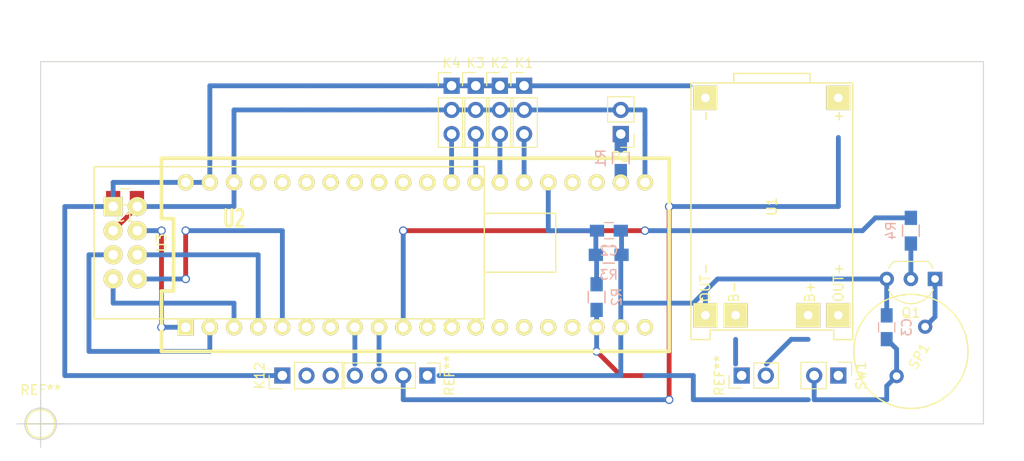
<source format=kicad_pcb>
(kicad_pcb (version 20171130) (host pcbnew 5.0.2-bee76a0~70~ubuntu18.04.1)

  (general
    (thickness 1.6)
    (drawings 29)
    (tracks 121)
    (zones 0)
    (modules 22)
    (nets 46)
  )

  (page A3)
  (layers
    (0 F.Cu signal)
    (31 B.Cu signal)
    (32 B.Adhes user)
    (33 F.Adhes user)
    (34 B.Paste user)
    (35 F.Paste user)
    (36 B.SilkS user)
    (37 F.SilkS user)
    (38 B.Mask user)
    (39 F.Mask user)
    (40 Dwgs.User user)
    (41 Cmts.User user)
    (42 Eco1.User user)
    (43 Eco2.User user)
    (44 Edge.Cuts user)
  )

  (setup
    (last_trace_width 0.508)
    (user_trace_width 0.508)
    (trace_clearance 0.1016)
    (zone_clearance 0.508)
    (zone_45_only no)
    (trace_min 0.254)
    (segment_width 0.2)
    (edge_width 0.1)
    (via_size 0.889)
    (via_drill 0.635)
    (via_min_size 0.889)
    (via_min_drill 0.508)
    (uvia_size 0.508)
    (uvia_drill 0.127)
    (uvias_allowed no)
    (uvia_min_size 0.508)
    (uvia_min_drill 0.127)
    (pcb_text_width 0.3)
    (pcb_text_size 1.5 1.5)
    (mod_edge_width 0.15)
    (mod_text_size 1 1)
    (mod_text_width 0.15)
    (pad_size 1.5 1.5)
    (pad_drill 0.6)
    (pad_to_mask_clearance 0)
    (solder_mask_min_width 0.25)
    (aux_axis_origin 210.82 144.78)
    (grid_origin 210.82 144.78)
    (visible_elements 7FFFFF3F)
    (pcbplotparams
      (layerselection 0x00030_80000001)
      (usegerberextensions true)
      (usegerberattributes false)
      (usegerberadvancedattributes false)
      (creategerberjobfile false)
      (excludeedgelayer true)
      (linewidth 0.150000)
      (plotframeref false)
      (viasonmask false)
      (mode 1)
      (useauxorigin false)
      (hpglpennumber 1)
      (hpglpenspeed 20)
      (hpglpendiameter 15.000000)
      (psnegative false)
      (psa4output false)
      (plotreference true)
      (plotvalue true)
      (plotinvisibletext false)
      (padsonsilk false)
      (subtractmaskfromsilk false)
      (outputformat 1)
      (mirror false)
      (drillshape 1)
      (scaleselection 1)
      (outputdirectory ""))
  )

  (net 0 "")
  (net 1 /ADC0)
  (net 2 /BUZZER)
  (net 3 /CSN)
  (net 4 /IRQ)
  (net 5 /LED)
  (net 6 /MISO)
  (net 7 /MOSI)
  (net 8 /RX)
  (net 9 /SCK)
  (net 10 /TX)
  (net 11 GND)
  (net 12 VCC)
  (net 13 VDD)
  (net 14 /PA1/ADC1)
  (net 15 /PA2/ADC2)
  (net 16 /PA3/ADC3)
  (net 17 /PA4/ADC4)
  (net 18 /PA5/ADC5)
  (net 19 /PA6/ADC6)
  (net 20 /PA7/ADC7)
  (net 21 /PB0/ADC8)
  (net 22 /PB1/ADC9)
  (net 23 /PB11)
  (net 24 /PB10)
  (net 25 "Net-(P1-Pad1)")
  (net 26 "Net-(P1-Pad2)")
  (net 27 "Net-(P2-Pad1)")
  (net 28 "Net-(P5-Pad1)")
  (net 29 "Net-(Q1-Pad2)")
  (net 30 "Net-(SW1-Pad1)")
  (net 31 "Net-(BT1-Pad1)")
  (net 32 "Net-(BT1-Pad2)")
  (net 33 "Net-(U2-Pad8)")
  (net 34 "Net-(U2-Pad9)")
  (net 35 /PB3)
  (net 36 /PB4)
  (net 37 /PB5)
  (net 38 /PB6)
  (net 39 /PB7)
  (net 40 /PB8)
  (net 41 /PB9)
  (net 42 "Net-(U2-Pad20)")
  (net 43 "Net-(U2-Pad23)")
  (net 44 "Net-(U2-Pad24)")
  (net 45 "Net-(U2-Pad37)")

  (net_class Default "This is the default net class."
    (clearance 0.1016)
    (trace_width 0.254)
    (via_dia 0.889)
    (via_drill 0.635)
    (uvia_dia 0.508)
    (uvia_drill 0.127)
    (add_net /ADC0)
    (add_net /BUZZER)
    (add_net /CSN)
    (add_net /IRQ)
    (add_net /LED)
    (add_net /MISO)
    (add_net /MOSI)
    (add_net /PA1/ADC1)
    (add_net /PA2/ADC2)
    (add_net /PA3/ADC3)
    (add_net /PA4/ADC4)
    (add_net /PA5/ADC5)
    (add_net /PA6/ADC6)
    (add_net /PA7/ADC7)
    (add_net /PB0/ADC8)
    (add_net /PB1/ADC9)
    (add_net /PB10)
    (add_net /PB11)
    (add_net /PB3)
    (add_net /PB4)
    (add_net /PB5)
    (add_net /PB6)
    (add_net /PB7)
    (add_net /PB8)
    (add_net /PB9)
    (add_net /RX)
    (add_net /SCK)
    (add_net /TX)
    (add_net GND)
    (add_net "Net-(BT1-Pad1)")
    (add_net "Net-(BT1-Pad2)")
    (add_net "Net-(P1-Pad1)")
    (add_net "Net-(P1-Pad2)")
    (add_net "Net-(P2-Pad1)")
    (add_net "Net-(P5-Pad1)")
    (add_net "Net-(Q1-Pad2)")
    (add_net "Net-(SW1-Pad1)")
    (add_net "Net-(U2-Pad20)")
    (add_net "Net-(U2-Pad23)")
    (add_net "Net-(U2-Pad24)")
    (add_net "Net-(U2-Pad37)")
    (add_net "Net-(U2-Pad8)")
    (add_net "Net-(U2-Pad9)")
    (add_net VCC)
    (add_net VDD)
  )

  (module WLA:Buzzer_passive (layer F.Cu) (tedit 589BCF19) (tstamp 589BBBA6)
    (at 302.26 137.16 60)
    (path /5720518F)
    (fp_text reference SP1 (at 0 1 60) (layer F.SilkS)
      (effects (font (size 1 1) (thickness 0.15)))
    )
    (fp_text value SPEAKER (at 0 -2 60) (layer F.Fab)
      (effects (font (size 1 1) (thickness 0.15)))
    )
    (fp_circle (center 0 0) (end 6 0) (layer F.SilkS) (width 0.15))
    (pad 1 thru_hole circle (at -3 0 60) (size 1.5 1.5) (drill 0.8) (layers *.Cu *.Mask)
      (net 13 VDD))
    (pad 2 thru_hole circle (at 3 0 60) (size 1.5 1.5) (drill 0.8) (layers *.Cu *.Mask)
      (net 28 "Net-(P5-Pad1)"))
    (model /home/laneboysrc/projects/kicad-libraries/WLA.pretty/Buzzer-passive.x3d
      (at (xyz 0 0 0))
      (scale (xyz 1 1 1))
      (rotate (xyz 0 0 0))
    )
  )

  (module WLA:LiPo_charger_and_protection (layer F.Cu) (tedit 5701FD50) (tstamp 572043E1)
    (at 287.655 121.92 270)
    (path /57202BEA)
    (fp_text reference U1 (at 0 0 90) (layer F.SilkS)
      (effects (font (size 1 1) (thickness 0.15)))
    )
    (fp_text value LIPO_CHARGER_+_PROTECTION (at 0 7 270) (layer F.SilkS) hide
      (effects (font (size 1 1) (thickness 0.15)))
    )
    (fp_text user - (at -9.5 7 270) (layer F.SilkS)
      (effects (font (size 1 1) (thickness 0.15)))
    )
    (fp_text user + (at -9.5 -7 270) (layer F.SilkS)
      (effects (font (size 1 1) (thickness 0.15)))
    )
    (fp_text user OUT- (at 8 7 270) (layer F.SilkS)
      (effects (font (size 1 1) (thickness 0.15)))
    )
    (fp_text user OUT+ (at 8 -7 270) (layer F.SilkS)
      (effects (font (size 1 1) (thickness 0.15)))
    )
    (fp_text user B- (at 9 4 270) (layer F.SilkS)
      (effects (font (size 1 1) (thickness 0.15)))
    )
    (fp_text user B+ (at 9 -4 270) (layer F.SilkS)
      (effects (font (size 1 1) (thickness 0.15)))
    )
    (fp_line (start 13 -6.5) (end 13 6.5) (layer F.SilkS) (width 0.15))
    (fp_line (start 13 8.5) (end 14 8.5) (layer F.SilkS) (width 0.15))
    (fp_line (start 14 8.5) (end 14 6.5) (layer F.SilkS) (width 0.15))
    (fp_line (start 14 6.5) (end 13 6.5) (layer F.SilkS) (width 0.15))
    (fp_line (start 13 -8.5) (end 14 -8.5) (layer F.SilkS) (width 0.15))
    (fp_line (start 14 -8.5) (end 14 -6.5) (layer F.SilkS) (width 0.15))
    (fp_line (start 14 -6.5) (end 13 -6.5) (layer F.SilkS) (width 0.15))
    (fp_line (start -13 -4) (end -14 -4) (layer F.SilkS) (width 0.15))
    (fp_line (start -14 -4) (end -14 4) (layer F.SilkS) (width 0.15))
    (fp_line (start -14 4) (end -13 4) (layer F.SilkS) (width 0.15))
    (fp_line (start -13 -8.5) (end -13 8.5) (layer F.SilkS) (width 0.15))
    (fp_line (start -13 8.5) (end 13 8.5) (layer F.SilkS) (width 0.15))
    (fp_line (start 13 -8.5) (end -13 -8.5) (layer F.SilkS) (width 0.15))
    (pad 3 thru_hole rect (at 11.43 -6.985 270) (size 2.54 2.54) (drill 0.9) (layers *.Cu *.Mask F.SilkS)
      (net 30 "Net-(SW1-Pad1)"))
    (pad 1 thru_hole rect (at 11.43 -3.81 270) (size 2.54 2.54) (drill 0.9) (layers *.Cu *.Mask F.SilkS)
      (net 31 "Net-(BT1-Pad1)"))
    (pad 4 thru_hole rect (at 11.43 6.985 270) (size 2.54 2.54) (drill 0.9) (layers *.Cu *.Mask F.SilkS)
      (net 11 GND))
    (pad 2 thru_hole rect (at 11.43 3.81 270) (size 2.54 2.54) (drill 0.9) (layers *.Cu *.Mask F.SilkS)
      (net 32 "Net-(BT1-Pad2)"))
    (pad 5 thru_hole rect (at -11.43 -6.985 270) (size 2.54 2.54) (drill 0.9) (layers *.Cu *.Mask F.SilkS)
      (net 26 "Net-(P1-Pad2)"))
    (pad 6 thru_hole rect (at -11.43 6.985 270) (size 2.54 2.54) (drill 0.9) (layers *.Cu *.Mask F.SilkS)
      (net 25 "Net-(P1-Pad1)"))
    (model /home/laneboysrc/projects/kicad-libraries/WLA.pretty/LiPo-changer-and-protection.x3d
      (at (xyz 0 0 0))
      (scale (xyz 1 1 1))
      (rotate (xyz 0 0 0))
    )
  )

  (module Fiducials:Fiducial_classic_Small_SilkscreenTop_Type1 (layer F.Cu) (tedit 0) (tstamp 589D52FD)
    (at 210.82 144.78)
    (descr "Fiducial, Classical, Small, Copper Top, Typ 1, Passermarke,")
    (tags "Fiducial, Classical, Small, Copper Top, Typ 1, Passermarke,")
    (fp_text reference REF** (at 0 -3.556) (layer F.SilkS)
      (effects (font (size 1 1) (thickness 0.15)))
    )
    (fp_text value Fiducial_classic_Small_SilkscreenTop_Type1 (at 0.34036 3.4798) (layer F.Fab)
      (effects (font (size 1 1) (thickness 0.15)))
    )
    (fp_line (start -1.50114 0) (end 1.50114 0) (layer F.SilkS) (width 0.15))
    (fp_line (start 0 -1.50114) (end 0 1.50114) (layer F.SilkS) (width 0.15))
    (fp_circle (center 0 0) (end 1.50114 0) (layer F.SilkS) (width 0.15))
    (pad ~ smd circle (at 0 0) (size 4.50088 4.50088) (layers F.Mask)
      (solder_mask_margin 2.99974))
    (model /home/laneboysrc/projects/3D-printed-parts/headless-tx/mount.x3d
      (at (xyz 0 0 0))
      (scale (xyz 1 1 1))
      (rotate (xyz 0 0 0))
    )
  )

  (module WLA:NRF24L01P-PA-LNA (layer F.Cu) (tedit 57200DD6) (tstamp 572043C4)
    (at 218.44 125.73 270)
    (path /57202BD1)
    (fp_text reference U3 (at 0 -5.08 270) (layer F.SilkS)
      (effects (font (size 1 1) (thickness 0.15)))
    )
    (fp_text value NRF24L01P (at 0 -12.7 270) (layer F.SilkS) hide
      (effects (font (size 1 1) (thickness 0.15)))
    )
    (fp_line (start -3.1 -39.1) (end -3.1 -46.5) (layer F.SilkS) (width 0.15))
    (fp_line (start -3.1 -46.5) (end 3.1 -46.5) (layer F.SilkS) (width 0.15))
    (fp_line (start 3.1 -46.5) (end 3.1 -39) (layer F.SilkS) (width 0.15))
    (fp_line (start -8 2) (end 8 2) (layer F.SilkS) (width 0.15))
    (fp_line (start 8 2) (end 8 -39) (layer F.SilkS) (width 0.15))
    (fp_line (start 8 -39) (end -8 -39) (layer F.SilkS) (width 0.15))
    (fp_line (start -8 -39) (end -8 2) (layer F.SilkS) (width 0.15))
    (pad 1 thru_hole rect (at -3.81 0 270) (size 2 2) (drill 1) (layers *.Cu *.Mask F.SilkS)
      (net 11 GND))
    (pad 2 thru_hole circle (at -3.81 -2.54 270) (size 2 2) (drill 1) (layers *.Cu *.Mask F.SilkS)
      (net 12 VCC))
    (pad 3 thru_hole circle (at -1.27 0 270) (size 2 2) (drill 1) (layers *.Cu *.Mask F.SilkS)
      (net 12 VCC))
    (pad 4 thru_hole circle (at -1.27 -2.54 270) (size 2 2) (drill 1) (layers *.Cu *.Mask F.SilkS)
      (net 3 /CSN))
    (pad 5 thru_hole circle (at 1.27 0 270) (size 2 2) (drill 1) (layers *.Cu *.Mask F.SilkS)
      (net 9 /SCK))
    (pad 6 thru_hole circle (at 1.27 -2.54 270) (size 2 2) (drill 1) (layers *.Cu *.Mask F.SilkS)
      (net 7 /MOSI))
    (pad 7 thru_hole circle (at 3.81 0 270) (size 2 2) (drill 1) (layers *.Cu *.Mask F.SilkS)
      (net 6 /MISO))
    (pad 8 thru_hole circle (at 3.81 -2.54 270) (size 2 2) (drill 1) (layers *.Cu *.Mask F.SilkS)
      (net 4 /IRQ))
    (model /home/laneboysrc/projects/kicad-libraries/WLA.pretty/NRF24L01P-PA-LNA.x3d
      (at (xyz 0 0 0))
      (scale (xyz 1 1 1))
      (rotate (xyz 0 0 0))
    )
  )

  (module WLA:STM32F103C8T6 (layer F.Cu) (tedit 58998C2B) (tstamp 57204414)
    (at 250.19 127)
    (descr "STM32F103C8T6 development board as found on eBay, Aliexpress")
    (tags STM32)
    (path /57202BC2)
    (fp_text reference U2 (at -19.05 -3.81) (layer F.SilkS)
      (effects (font (size 1.778 1.143) (thickness 0.3048)))
    )
    (fp_text value STM32F103C8T6_DEV_BOARD (at 1.27 0) (layer F.SilkS) hide
      (effects (font (size 1.778 1.778) (thickness 0.3048)))
    )
    (fp_line (start 26.67 -10.16) (end 26.67 10.16) (layer F.SilkS) (width 0.381))
    (fp_line (start -26.67 3.81) (end -26.67 10.16) (layer F.SilkS) (width 0.381))
    (fp_line (start -25.4 -3.81) (end -25.4 3.81) (layer F.SilkS) (width 0.381))
    (fp_line (start -26.67 -10.16) (end -26.67 -3.81) (layer F.SilkS) (width 0.381))
    (fp_line (start -26.67 -3.81) (end -25.4 -3.81) (layer F.SilkS) (width 0.381))
    (fp_line (start -25.4 3.81) (end -26.67 3.81) (layer F.SilkS) (width 0.381))
    (fp_line (start -26.67 -10.16) (end 26.67 -10.16) (layer F.SilkS) (width 0.381))
    (fp_line (start 26.67 10.16) (end -26.67 10.16) (layer F.SilkS) (width 0.381))
    (pad 1 thru_hole rect (at -24.13 7.62) (size 1.7 1.7) (drill 1) (layers *.Cu *.Mask F.SilkS)
      (net 3 /CSN))
    (pad 2 thru_hole circle (at -21.59 7.62) (size 1.7 1.7) (drill 1) (layers *.Cu *.Mask F.SilkS)
      (net 9 /SCK))
    (pad 3 thru_hole circle (at -19.05 7.62) (size 1.7 1.7) (drill 1) (layers *.Cu *.Mask F.SilkS)
      (net 6 /MISO))
    (pad 4 thru_hole circle (at -16.51 7.62) (size 1.7 1.7) (drill 1) (layers *.Cu *.Mask F.SilkS)
      (net 7 /MOSI))
    (pad 5 thru_hole circle (at -13.97 7.62) (size 1.7 1.7) (drill 1) (layers *.Cu *.Mask F.SilkS)
      (net 4 /IRQ))
    (pad 6 thru_hole circle (at -11.43 7.62) (size 1.7 1.7) (drill 1) (layers *.Cu *.Mask F.SilkS)
      (net 10 /TX))
    (pad 7 thru_hole circle (at -8.89 7.62) (size 1.7 1.7) (drill 1) (layers *.Cu *.Mask F.SilkS)
      (net 8 /RX))
    (pad 8 thru_hole circle (at -6.35 7.62) (size 1.7 1.7) (drill 1) (layers *.Cu *.Mask F.SilkS)
      (net 33 "Net-(U2-Pad8)"))
    (pad 9 thru_hole circle (at -3.81 7.62) (size 1.7 1.7) (drill 1) (layers *.Cu *.Mask F.SilkS)
      (net 34 "Net-(U2-Pad9)"))
    (pad 10 thru_hole circle (at -1.27 7.62) (size 1.7 1.7) (drill 1) (layers *.Cu *.Mask F.SilkS)
      (net 2 /BUZZER))
    (pad 11 thru_hole circle (at 1.27 7.62) (size 1.7 1.7) (drill 1) (layers *.Cu *.Mask F.SilkS)
      (net 35 /PB3))
    (pad 12 thru_hole circle (at 3.81 7.62) (size 1.7 1.7) (drill 1) (layers *.Cu *.Mask F.SilkS)
      (net 36 /PB4))
    (pad 13 thru_hole circle (at 6.35 7.62) (size 1.7 1.7) (drill 1) (layers *.Cu *.Mask F.SilkS)
      (net 37 /PB5))
    (pad 14 thru_hole circle (at 8.89 7.62) (size 1.7 1.7) (drill 1) (layers *.Cu *.Mask F.SilkS)
      (net 38 /PB6))
    (pad 15 thru_hole circle (at 11.43 7.62) (size 1.7 1.7) (drill 1) (layers *.Cu *.Mask F.SilkS)
      (net 39 /PB7))
    (pad 16 thru_hole circle (at 13.97 7.62) (size 1.7 1.7) (drill 1) (layers *.Cu *.Mask F.SilkS)
      (net 40 /PB8))
    (pad 17 thru_hole circle (at 16.51 7.62) (size 1.7 1.7) (drill 1) (layers *.Cu *.Mask F.SilkS)
      (net 41 /PB9))
    (pad 18 thru_hole circle (at 19.05 7.62) (size 1.7 1.7) (drill 1) (layers *.Cu *.Mask F.SilkS)
      (net 13 VDD))
    (pad 19 thru_hole circle (at 21.59 7.62) (size 1.7 1.7) (drill 1) (layers *.Cu *.Mask F.SilkS)
      (net 11 GND))
    (pad 20 thru_hole circle (at 24.13 7.62) (size 1.7 1.7) (drill 1) (layers *.Cu *.Mask F.SilkS)
      (net 42 "Net-(U2-Pad20)"))
    (pad 21 thru_hole circle (at 24.13 -7.62) (size 1.7 1.7) (drill 1) (layers *.Cu *.Mask F.SilkS)
      (net 12 VCC))
    (pad 22 thru_hole circle (at 21.59 -7.62) (size 1.7 1.7) (drill 1) (layers *.Cu *.Mask F.SilkS)
      (net 5 /LED))
    (pad 23 thru_hole circle (at 19.05 -7.62) (size 1.7 1.7) (drill 1) (layers *.Cu *.Mask F.SilkS)
      (net 43 "Net-(U2-Pad23)"))
    (pad 24 thru_hole circle (at 16.51 -7.62) (size 1.7 1.7) (drill 1) (layers *.Cu *.Mask F.SilkS)
      (net 44 "Net-(U2-Pad24)"))
    (pad 25 thru_hole circle (at 13.97 -7.62) (size 1.7 1.7) (drill 1) (layers *.Cu *.Mask F.SilkS)
      (net 1 /ADC0))
    (pad 26 thru_hole circle (at 11.43 -7.62) (size 1.7 1.7) (drill 1) (layers *.Cu *.Mask F.SilkS)
      (net 14 /PA1/ADC1))
    (pad 27 thru_hole circle (at 8.89 -7.62) (size 1.7 1.7) (drill 1) (layers *.Cu *.Mask F.SilkS)
      (net 15 /PA2/ADC2))
    (pad 28 thru_hole circle (at 6.35 -7.62) (size 1.7 1.7) (drill 1) (layers *.Cu *.Mask F.SilkS)
      (net 16 /PA3/ADC3))
    (pad 29 thru_hole circle (at 3.81 -7.62) (size 1.7 1.7) (drill 1) (layers *.Cu *.Mask F.SilkS)
      (net 17 /PA4/ADC4))
    (pad 30 thru_hole circle (at 1.27 -7.62) (size 1.7 1.7) (drill 1) (layers *.Cu *.Mask F.SilkS)
      (net 18 /PA5/ADC5))
    (pad 31 thru_hole circle (at -1.27 -7.62) (size 1.7 1.7) (drill 1) (layers *.Cu *.Mask F.SilkS)
      (net 19 /PA6/ADC6))
    (pad 32 thru_hole circle (at -3.81 -7.62) (size 1.7 1.7) (drill 1) (layers *.Cu *.Mask F.SilkS)
      (net 20 /PA7/ADC7))
    (pad 33 thru_hole circle (at -6.35 -7.62) (size 1.7 1.7) (drill 1) (layers *.Cu *.Mask F.SilkS)
      (net 21 /PB0/ADC8))
    (pad 34 thru_hole circle (at -8.89 -7.62) (size 1.7 1.7) (drill 1) (layers *.Cu *.Mask F.SilkS)
      (net 22 /PB1/ADC9))
    (pad 35 thru_hole circle (at -11.43 -7.62) (size 1.7 1.7) (drill 1) (layers *.Cu *.Mask F.SilkS)
      (net 24 /PB10))
    (pad 36 thru_hole circle (at -13.97 -7.62) (size 1.7 1.7) (drill 1) (layers *.Cu *.Mask F.SilkS)
      (net 23 /PB11))
    (pad 37 thru_hole circle (at -16.51 -7.62) (size 1.7 1.7) (drill 1) (layers *.Cu *.Mask F.SilkS)
      (net 45 "Net-(U2-Pad37)"))
    (pad 38 thru_hole circle (at -19.05 -7.62) (size 1.7 1.7) (drill 1) (layers *.Cu *.Mask F.SilkS)
      (net 12 VCC))
    (pad 39 thru_hole circle (at -21.59 -7.62) (size 1.7 1.7) (drill 1) (layers *.Cu *.Mask F.SilkS)
      (net 11 GND))
    (pad 40 thru_hole circle (at -24.13 -7.62) (size 1.7 1.7) (drill 1) (layers *.Cu *.Mask F.SilkS)
      (net 11 GND))
    (model /home/laneboysrc/projects/kicad-libraries/WLA.pretty/STM32F103C8T6.x3d
      (at (xyz 0 0 0))
      (scale (xyz 1 1 1))
      (rotate (xyz 0 0 0))
    )
  )

  (module Pin_Headers:Pin_Header_Straight_1x03_Pitch2.54mm (layer F.Cu) (tedit 5862ED52) (tstamp 572042FB)
    (at 259.08 109.22)
    (descr "Through hole straight pin header, 1x03, 2.54mm pitch, single row")
    (tags "Through hole pin header THT 1x03 2.54mm single row")
    (path /57203BF4)
    (fp_text reference K2 (at 0 -2.39) (layer F.SilkS)
      (effects (font (size 1 1) (thickness 0.15)))
    )
    (fp_text value CONN_3 (at 0 7.47) (layer F.Fab)
      (effects (font (size 1 1) (thickness 0.15)))
    )
    (fp_line (start -1.27 -1.27) (end -1.27 6.35) (layer F.Fab) (width 0.1))
    (fp_line (start -1.27 6.35) (end 1.27 6.35) (layer F.Fab) (width 0.1))
    (fp_line (start 1.27 6.35) (end 1.27 -1.27) (layer F.Fab) (width 0.1))
    (fp_line (start 1.27 -1.27) (end -1.27 -1.27) (layer F.Fab) (width 0.1))
    (fp_line (start -1.39 1.27) (end -1.39 6.47) (layer F.SilkS) (width 0.12))
    (fp_line (start -1.39 6.47) (end 1.39 6.47) (layer F.SilkS) (width 0.12))
    (fp_line (start 1.39 6.47) (end 1.39 1.27) (layer F.SilkS) (width 0.12))
    (fp_line (start 1.39 1.27) (end -1.39 1.27) (layer F.SilkS) (width 0.12))
    (fp_line (start -1.39 0) (end -1.39 -1.39) (layer F.SilkS) (width 0.12))
    (fp_line (start -1.39 -1.39) (end 0 -1.39) (layer F.SilkS) (width 0.12))
    (fp_line (start -1.6 -1.6) (end -1.6 6.6) (layer F.CrtYd) (width 0.05))
    (fp_line (start -1.6 6.6) (end 1.6 6.6) (layer F.CrtYd) (width 0.05))
    (fp_line (start 1.6 6.6) (end 1.6 -1.6) (layer F.CrtYd) (width 0.05))
    (fp_line (start 1.6 -1.6) (end -1.6 -1.6) (layer F.CrtYd) (width 0.05))
    (pad 1 thru_hole rect (at 0 0) (size 1.7 1.7) (drill 1) (layers *.Cu *.Mask)
      (net 11 GND))
    (pad 2 thru_hole oval (at 0 2.54) (size 1.7 1.7) (drill 1) (layers *.Cu *.Mask)
      (net 12 VCC))
    (pad 3 thru_hole oval (at 0 5.08) (size 1.7 1.7) (drill 1) (layers *.Cu *.Mask)
      (net 15 /PA2/ADC2))
    (model Pin_Headers.3dshapes/Pin_Header_Straight_1x03_Pitch2.54mm.wrl
      (offset (xyz 0 -2.539999961853027 0))
      (scale (xyz 1 1 1))
      (rotate (xyz 0 0 90))
    )
  )

  (module Pin_Headers:Pin_Header_Straight_1x03_Pitch2.54mm (layer F.Cu) (tedit 5862ED52) (tstamp 57204367)
    (at 254 109.22)
    (descr "Through hole straight pin header, 1x03, 2.54mm pitch, single row")
    (tags "Through hole pin header THT 1x03 2.54mm single row")
    (path /57203C28)
    (fp_text reference K4 (at 0 -2.39) (layer F.SilkS)
      (effects (font (size 1 1) (thickness 0.15)))
    )
    (fp_text value CONN_3 (at 0 7.47) (layer F.Fab)
      (effects (font (size 1 1) (thickness 0.15)))
    )
    (fp_line (start -1.27 -1.27) (end -1.27 6.35) (layer F.Fab) (width 0.1))
    (fp_line (start -1.27 6.35) (end 1.27 6.35) (layer F.Fab) (width 0.1))
    (fp_line (start 1.27 6.35) (end 1.27 -1.27) (layer F.Fab) (width 0.1))
    (fp_line (start 1.27 -1.27) (end -1.27 -1.27) (layer F.Fab) (width 0.1))
    (fp_line (start -1.39 1.27) (end -1.39 6.47) (layer F.SilkS) (width 0.12))
    (fp_line (start -1.39 6.47) (end 1.39 6.47) (layer F.SilkS) (width 0.12))
    (fp_line (start 1.39 6.47) (end 1.39 1.27) (layer F.SilkS) (width 0.12))
    (fp_line (start 1.39 1.27) (end -1.39 1.27) (layer F.SilkS) (width 0.12))
    (fp_line (start -1.39 0) (end -1.39 -1.39) (layer F.SilkS) (width 0.12))
    (fp_line (start -1.39 -1.39) (end 0 -1.39) (layer F.SilkS) (width 0.12))
    (fp_line (start -1.6 -1.6) (end -1.6 6.6) (layer F.CrtYd) (width 0.05))
    (fp_line (start -1.6 6.6) (end 1.6 6.6) (layer F.CrtYd) (width 0.05))
    (fp_line (start 1.6 6.6) (end 1.6 -1.6) (layer F.CrtYd) (width 0.05))
    (fp_line (start 1.6 -1.6) (end -1.6 -1.6) (layer F.CrtYd) (width 0.05))
    (pad 1 thru_hole rect (at 0 0) (size 1.7 1.7) (drill 1) (layers *.Cu *.Mask)
      (net 11 GND))
    (pad 2 thru_hole oval (at 0 2.54) (size 1.7 1.7) (drill 1) (layers *.Cu *.Mask)
      (net 12 VCC))
    (pad 3 thru_hole oval (at 0 5.08) (size 1.7 1.7) (drill 1) (layers *.Cu *.Mask)
      (net 17 /PA4/ADC4))
    (model Pin_Headers.3dshapes/Pin_Header_Straight_1x03_Pitch2.54mm.wrl
      (offset (xyz 0 -2.539999961853027 0))
      (scale (xyz 1 1 1))
      (rotate (xyz 0 0 90))
    )
  )

  (module Pin_Headers:Pin_Header_Straight_1x03_Pitch2.54mm (layer F.Cu) (tedit 5862ED52) (tstamp 57204373)
    (at 256.54 109.22)
    (descr "Through hole straight pin header, 1x03, 2.54mm pitch, single row")
    (tags "Through hole pin header THT 1x03 2.54mm single row")
    (path /57203C22)
    (fp_text reference K3 (at 0 -2.39) (layer F.SilkS)
      (effects (font (size 1 1) (thickness 0.15)))
    )
    (fp_text value CONN_3 (at 0 7.47) (layer F.Fab)
      (effects (font (size 1 1) (thickness 0.15)))
    )
    (fp_line (start -1.27 -1.27) (end -1.27 6.35) (layer F.Fab) (width 0.1))
    (fp_line (start -1.27 6.35) (end 1.27 6.35) (layer F.Fab) (width 0.1))
    (fp_line (start 1.27 6.35) (end 1.27 -1.27) (layer F.Fab) (width 0.1))
    (fp_line (start 1.27 -1.27) (end -1.27 -1.27) (layer F.Fab) (width 0.1))
    (fp_line (start -1.39 1.27) (end -1.39 6.47) (layer F.SilkS) (width 0.12))
    (fp_line (start -1.39 6.47) (end 1.39 6.47) (layer F.SilkS) (width 0.12))
    (fp_line (start 1.39 6.47) (end 1.39 1.27) (layer F.SilkS) (width 0.12))
    (fp_line (start 1.39 1.27) (end -1.39 1.27) (layer F.SilkS) (width 0.12))
    (fp_line (start -1.39 0) (end -1.39 -1.39) (layer F.SilkS) (width 0.12))
    (fp_line (start -1.39 -1.39) (end 0 -1.39) (layer F.SilkS) (width 0.12))
    (fp_line (start -1.6 -1.6) (end -1.6 6.6) (layer F.CrtYd) (width 0.05))
    (fp_line (start -1.6 6.6) (end 1.6 6.6) (layer F.CrtYd) (width 0.05))
    (fp_line (start 1.6 6.6) (end 1.6 -1.6) (layer F.CrtYd) (width 0.05))
    (fp_line (start 1.6 -1.6) (end -1.6 -1.6) (layer F.CrtYd) (width 0.05))
    (pad 1 thru_hole rect (at 0 0) (size 1.7 1.7) (drill 1) (layers *.Cu *.Mask)
      (net 11 GND))
    (pad 2 thru_hole oval (at 0 2.54) (size 1.7 1.7) (drill 1) (layers *.Cu *.Mask)
      (net 12 VCC))
    (pad 3 thru_hole oval (at 0 5.08) (size 1.7 1.7) (drill 1) (layers *.Cu *.Mask)
      (net 16 /PA3/ADC3))
    (model Pin_Headers.3dshapes/Pin_Header_Straight_1x03_Pitch2.54mm.wrl
      (offset (xyz 0 -2.539999961853027 0))
      (scale (xyz 1 1 1))
      (rotate (xyz 0 0 90))
    )
  )

  (module Pin_Headers:Pin_Header_Straight_1x03_Pitch2.54mm (layer F.Cu) (tedit 5862ED52) (tstamp 5720437F)
    (at 261.62 109.22)
    (descr "Through hole straight pin header, 1x03, 2.54mm pitch, single row")
    (tags "Through hole pin header THT 1x03 2.54mm single row")
    (path /57203BE7)
    (fp_text reference K1 (at 0 -2.39) (layer F.SilkS)
      (effects (font (size 1 1) (thickness 0.15)))
    )
    (fp_text value CONN_3 (at 0 7.47) (layer F.Fab)
      (effects (font (size 1 1) (thickness 0.15)))
    )
    (fp_line (start -1.27 -1.27) (end -1.27 6.35) (layer F.Fab) (width 0.1))
    (fp_line (start -1.27 6.35) (end 1.27 6.35) (layer F.Fab) (width 0.1))
    (fp_line (start 1.27 6.35) (end 1.27 -1.27) (layer F.Fab) (width 0.1))
    (fp_line (start 1.27 -1.27) (end -1.27 -1.27) (layer F.Fab) (width 0.1))
    (fp_line (start -1.39 1.27) (end -1.39 6.47) (layer F.SilkS) (width 0.12))
    (fp_line (start -1.39 6.47) (end 1.39 6.47) (layer F.SilkS) (width 0.12))
    (fp_line (start 1.39 6.47) (end 1.39 1.27) (layer F.SilkS) (width 0.12))
    (fp_line (start 1.39 1.27) (end -1.39 1.27) (layer F.SilkS) (width 0.12))
    (fp_line (start -1.39 0) (end -1.39 -1.39) (layer F.SilkS) (width 0.12))
    (fp_line (start -1.39 -1.39) (end 0 -1.39) (layer F.SilkS) (width 0.12))
    (fp_line (start -1.6 -1.6) (end -1.6 6.6) (layer F.CrtYd) (width 0.05))
    (fp_line (start -1.6 6.6) (end 1.6 6.6) (layer F.CrtYd) (width 0.05))
    (fp_line (start 1.6 6.6) (end 1.6 -1.6) (layer F.CrtYd) (width 0.05))
    (fp_line (start 1.6 -1.6) (end -1.6 -1.6) (layer F.CrtYd) (width 0.05))
    (pad 1 thru_hole rect (at 0 0) (size 1.7 1.7) (drill 1) (layers *.Cu *.Mask)
      (net 11 GND))
    (pad 2 thru_hole oval (at 0 2.54) (size 1.7 1.7) (drill 1) (layers *.Cu *.Mask)
      (net 12 VCC))
    (pad 3 thru_hole oval (at 0 5.08) (size 1.7 1.7) (drill 1) (layers *.Cu *.Mask)
      (net 14 /PA1/ADC1))
    (model Pin_Headers.3dshapes/Pin_Header_Straight_1x03_Pitch2.54mm.wrl
      (offset (xyz 0 -2.539999961853027 0))
      (scale (xyz 1 1 1))
      (rotate (xyz 0 0 90))
    )
  )

  (module Pin_Headers:Pin_Header_Straight_1x02_Pitch2.54mm (layer F.Cu) (tedit 5862ED52) (tstamp 572043A7)
    (at 271.78 114.3 180)
    (descr "Through hole straight pin header, 1x02, 2.54mm pitch, single row")
    (tags "Through hole pin header THT 1x02 2.54mm single row")
    (path /572032B1)
    (fp_text reference P2 (at 0 -2.39 180) (layer F.SilkS)
      (effects (font (size 1 1) (thickness 0.15)))
    )
    (fp_text value LED (at 0 4.93 180) (layer F.Fab)
      (effects (font (size 1 1) (thickness 0.15)))
    )
    (fp_line (start -1.27 -1.27) (end -1.27 3.81) (layer F.Fab) (width 0.1))
    (fp_line (start -1.27 3.81) (end 1.27 3.81) (layer F.Fab) (width 0.1))
    (fp_line (start 1.27 3.81) (end 1.27 -1.27) (layer F.Fab) (width 0.1))
    (fp_line (start 1.27 -1.27) (end -1.27 -1.27) (layer F.Fab) (width 0.1))
    (fp_line (start -1.39 1.27) (end -1.39 3.93) (layer F.SilkS) (width 0.12))
    (fp_line (start -1.39 3.93) (end 1.39 3.93) (layer F.SilkS) (width 0.12))
    (fp_line (start 1.39 3.93) (end 1.39 1.27) (layer F.SilkS) (width 0.12))
    (fp_line (start 1.39 1.27) (end -1.39 1.27) (layer F.SilkS) (width 0.12))
    (fp_line (start -1.39 0) (end -1.39 -1.39) (layer F.SilkS) (width 0.12))
    (fp_line (start -1.39 -1.39) (end 0 -1.39) (layer F.SilkS) (width 0.12))
    (fp_line (start -1.6 -1.6) (end -1.6 4.1) (layer F.CrtYd) (width 0.05))
    (fp_line (start -1.6 4.1) (end 1.6 4.1) (layer F.CrtYd) (width 0.05))
    (fp_line (start 1.6 4.1) (end 1.6 -1.6) (layer F.CrtYd) (width 0.05))
    (fp_line (start 1.6 -1.6) (end -1.6 -1.6) (layer F.CrtYd) (width 0.05))
    (pad 1 thru_hole rect (at 0 0 180) (size 1.7 1.7) (drill 1) (layers *.Cu *.Mask)
      (net 27 "Net-(P2-Pad1)"))
    (pad 2 thru_hole oval (at 0 2.54 180) (size 1.7 1.7) (drill 1) (layers *.Cu *.Mask)
      (net 12 VCC))
    (model Pin_Headers.3dshapes/Pin_Header_Straight_1x02_Pitch2.54mm.wrl
      (offset (xyz 0 -1.269999980926514 0))
      (scale (xyz 1 1 1))
      (rotate (xyz 0 0 90))
    )
  )

  (module Capacitors_SMD:C_0805_HandSoldering (layer B.Cu) (tedit 541A9B8D) (tstamp 589BBD4E)
    (at 270.53 124.46)
    (descr "Capacitor SMD 0805, hand soldering")
    (tags "capacitor 0805")
    (path /5747F7DC)
    (attr smd)
    (fp_text reference C2 (at 0 2.1) (layer B.SilkS)
      (effects (font (size 1 1) (thickness 0.15)) (justify mirror))
    )
    (fp_text value 100nF (at 0 -2.1) (layer B.Fab)
      (effects (font (size 1 1) (thickness 0.15)) (justify mirror))
    )
    (fp_line (start -1 -0.625) (end -1 0.625) (layer B.Fab) (width 0.1))
    (fp_line (start 1 -0.625) (end -1 -0.625) (layer B.Fab) (width 0.1))
    (fp_line (start 1 0.625) (end 1 -0.625) (layer B.Fab) (width 0.1))
    (fp_line (start -1 0.625) (end 1 0.625) (layer B.Fab) (width 0.1))
    (fp_line (start -2.3 1) (end 2.3 1) (layer B.CrtYd) (width 0.05))
    (fp_line (start -2.3 -1) (end 2.3 -1) (layer B.CrtYd) (width 0.05))
    (fp_line (start -2.3 1) (end -2.3 -1) (layer B.CrtYd) (width 0.05))
    (fp_line (start 2.3 1) (end 2.3 -1) (layer B.CrtYd) (width 0.05))
    (fp_line (start 0.5 0.85) (end -0.5 0.85) (layer B.SilkS) (width 0.12))
    (fp_line (start -0.5 -0.85) (end 0.5 -0.85) (layer B.SilkS) (width 0.12))
    (pad 1 smd rect (at -1.25 0) (size 1.5 1.25) (layers B.Cu B.Paste B.Mask)
      (net 1 /ADC0))
    (pad 2 smd rect (at 1.25 0) (size 1.5 1.25) (layers B.Cu B.Paste B.Mask)
      (net 11 GND))
    (model Capacitors_SMD.3dshapes/C_0805_HandSoldering.wrl
      (at (xyz 0 0 0))
      (scale (xyz 1 1 1))
      (rotate (xyz 0 0 0))
    )
  )

  (module Resistors_SMD:R_0805_HandSoldering (layer B.Cu) (tedit 58307B90) (tstamp 589BBD82)
    (at 271.78 116.84 270)
    (descr "Resistor SMD 0805, hand soldering")
    (tags "resistor 0805")
    (path /572032A2)
    (attr smd)
    (fp_text reference R1 (at 0 2.1 270) (layer B.SilkS)
      (effects (font (size 1 1) (thickness 0.15)) (justify mirror))
    )
    (fp_text value 1k (at 0 -2.1 270) (layer B.Fab)
      (effects (font (size 1 1) (thickness 0.15)) (justify mirror))
    )
    (fp_line (start -1 -0.625) (end -1 0.625) (layer B.Fab) (width 0.1))
    (fp_line (start 1 -0.625) (end -1 -0.625) (layer B.Fab) (width 0.1))
    (fp_line (start 1 0.625) (end 1 -0.625) (layer B.Fab) (width 0.1))
    (fp_line (start -1 0.625) (end 1 0.625) (layer B.Fab) (width 0.1))
    (fp_line (start -2.4 1) (end 2.4 1) (layer B.CrtYd) (width 0.05))
    (fp_line (start -2.4 -1) (end 2.4 -1) (layer B.CrtYd) (width 0.05))
    (fp_line (start -2.4 1) (end -2.4 -1) (layer B.CrtYd) (width 0.05))
    (fp_line (start 2.4 1) (end 2.4 -1) (layer B.CrtYd) (width 0.05))
    (fp_line (start 0.6 -0.875) (end -0.6 -0.875) (layer B.SilkS) (width 0.15))
    (fp_line (start -0.6 0.875) (end 0.6 0.875) (layer B.SilkS) (width 0.15))
    (pad 1 smd rect (at -1.35 0 270) (size 1.5 1.3) (layers B.Cu B.Paste B.Mask)
      (net 27 "Net-(P2-Pad1)"))
    (pad 2 smd rect (at 1.35 0 270) (size 1.5 1.3) (layers B.Cu B.Paste B.Mask)
      (net 5 /LED))
    (model Resistors_SMD.3dshapes/R_0805_HandSoldering.wrl
      (at (xyz 0 0 0))
      (scale (xyz 1 1 1))
      (rotate (xyz 0 0 0))
    )
  )

  (module Resistors_SMD:R_0805_HandSoldering (layer B.Cu) (tedit 58307B90) (tstamp 589BBD91)
    (at 269.24 131.445 90)
    (descr "Resistor SMD 0805, hand soldering")
    (tags "resistor 0805")
    (path /57203444)
    (attr smd)
    (fp_text reference R2 (at 0 2.1 90) (layer B.SilkS)
      (effects (font (size 1 1) (thickness 0.15)) (justify mirror))
    )
    (fp_text value 22k (at 0 -2.1 90) (layer B.Fab)
      (effects (font (size 1 1) (thickness 0.15)) (justify mirror))
    )
    (fp_line (start -1 -0.625) (end -1 0.625) (layer B.Fab) (width 0.1))
    (fp_line (start 1 -0.625) (end -1 -0.625) (layer B.Fab) (width 0.1))
    (fp_line (start 1 0.625) (end 1 -0.625) (layer B.Fab) (width 0.1))
    (fp_line (start -1 0.625) (end 1 0.625) (layer B.Fab) (width 0.1))
    (fp_line (start -2.4 1) (end 2.4 1) (layer B.CrtYd) (width 0.05))
    (fp_line (start -2.4 -1) (end 2.4 -1) (layer B.CrtYd) (width 0.05))
    (fp_line (start -2.4 1) (end -2.4 -1) (layer B.CrtYd) (width 0.05))
    (fp_line (start 2.4 1) (end 2.4 -1) (layer B.CrtYd) (width 0.05))
    (fp_line (start 0.6 -0.875) (end -0.6 -0.875) (layer B.SilkS) (width 0.15))
    (fp_line (start -0.6 0.875) (end 0.6 0.875) (layer B.SilkS) (width 0.15))
    (pad 1 smd rect (at -1.35 0 90) (size 1.5 1.3) (layers B.Cu B.Paste B.Mask)
      (net 13 VDD))
    (pad 2 smd rect (at 1.35 0 90) (size 1.5 1.3) (layers B.Cu B.Paste B.Mask)
      (net 1 /ADC0))
    (model Resistors_SMD.3dshapes/R_0805_HandSoldering.wrl
      (at (xyz 0 0 0))
      (scale (xyz 1 1 1))
      (rotate (xyz 0 0 0))
    )
  )

  (module Resistors_SMD:R_0805_HandSoldering (layer B.Cu) (tedit 58307B90) (tstamp 589BBDA0)
    (at 270.51 127)
    (descr "Resistor SMD 0805, hand soldering")
    (tags "resistor 0805")
    (path /57203451)
    (attr smd)
    (fp_text reference R3 (at 0 2.1) (layer B.SilkS)
      (effects (font (size 1 1) (thickness 0.15)) (justify mirror))
    )
    (fp_text value 33k (at 0 -2.1) (layer B.Fab)
      (effects (font (size 1 1) (thickness 0.15)) (justify mirror))
    )
    (fp_line (start -1 -0.625) (end -1 0.625) (layer B.Fab) (width 0.1))
    (fp_line (start 1 -0.625) (end -1 -0.625) (layer B.Fab) (width 0.1))
    (fp_line (start 1 0.625) (end 1 -0.625) (layer B.Fab) (width 0.1))
    (fp_line (start -1 0.625) (end 1 0.625) (layer B.Fab) (width 0.1))
    (fp_line (start -2.4 1) (end 2.4 1) (layer B.CrtYd) (width 0.05))
    (fp_line (start -2.4 -1) (end 2.4 -1) (layer B.CrtYd) (width 0.05))
    (fp_line (start -2.4 1) (end -2.4 -1) (layer B.CrtYd) (width 0.05))
    (fp_line (start 2.4 1) (end 2.4 -1) (layer B.CrtYd) (width 0.05))
    (fp_line (start 0.6 -0.875) (end -0.6 -0.875) (layer B.SilkS) (width 0.15))
    (fp_line (start -0.6 0.875) (end 0.6 0.875) (layer B.SilkS) (width 0.15))
    (pad 1 smd rect (at -1.35 0) (size 1.5 1.3) (layers B.Cu B.Paste B.Mask)
      (net 1 /ADC0))
    (pad 2 smd rect (at 1.35 0) (size 1.5 1.3) (layers B.Cu B.Paste B.Mask)
      (net 11 GND))
    (model Resistors_SMD.3dshapes/R_0805_HandSoldering.wrl
      (at (xyz 0 0 0))
      (scale (xyz 1 1 1))
      (rotate (xyz 0 0 0))
    )
  )

  (module Resistors_SMD:R_0805_HandSoldering (layer B.Cu) (tedit 58307B90) (tstamp 589BBDAF)
    (at 302.26 124.46 270)
    (descr "Resistor SMD 0805, hand soldering")
    (tags "resistor 0805")
    (path /572052B4)
    (attr smd)
    (fp_text reference R4 (at 0 2.1 270) (layer B.SilkS)
      (effects (font (size 1 1) (thickness 0.15)) (justify mirror))
    )
    (fp_text value 1k (at 0 -2.1 270) (layer B.Fab)
      (effects (font (size 1 1) (thickness 0.15)) (justify mirror))
    )
    (fp_line (start -1 -0.625) (end -1 0.625) (layer B.Fab) (width 0.1))
    (fp_line (start 1 -0.625) (end -1 -0.625) (layer B.Fab) (width 0.1))
    (fp_line (start 1 0.625) (end 1 -0.625) (layer B.Fab) (width 0.1))
    (fp_line (start -1 0.625) (end 1 0.625) (layer B.Fab) (width 0.1))
    (fp_line (start -2.4 1) (end 2.4 1) (layer B.CrtYd) (width 0.05))
    (fp_line (start -2.4 -1) (end 2.4 -1) (layer B.CrtYd) (width 0.05))
    (fp_line (start -2.4 1) (end -2.4 -1) (layer B.CrtYd) (width 0.05))
    (fp_line (start 2.4 1) (end 2.4 -1) (layer B.CrtYd) (width 0.05))
    (fp_line (start 0.6 -0.875) (end -0.6 -0.875) (layer B.SilkS) (width 0.15))
    (fp_line (start -0.6 0.875) (end 0.6 0.875) (layer B.SilkS) (width 0.15))
    (pad 1 smd rect (at -1.35 0 270) (size 1.5 1.3) (layers B.Cu B.Paste B.Mask)
      (net 2 /BUZZER))
    (pad 2 smd rect (at 1.35 0 270) (size 1.5 1.3) (layers B.Cu B.Paste B.Mask)
      (net 29 "Net-(Q1-Pad2)"))
    (model Resistors_SMD.3dshapes/R_0805_HandSoldering.wrl
      (at (xyz 0 0 0))
      (scale (xyz 1 1 1))
      (rotate (xyz 0 0 0))
    )
  )

  (module Pin_Headers:Pin_Header_Straight_1x02_Pitch2.54mm (layer F.Cu) (tedit 5862ED52) (tstamp 589BBF92)
    (at 294.64 139.7 270)
    (descr "Through hole straight pin header, 1x02, 2.54mm pitch, single row")
    (tags "Through hole pin header THT 1x02 2.54mm single row")
    (path /572058EC)
    (fp_text reference SW1 (at 0 -2.39 270) (layer F.SilkS)
      (effects (font (size 1 1) (thickness 0.15)))
    )
    (fp_text value ON/OFF (at 0 4.93 270) (layer F.Fab)
      (effects (font (size 1 1) (thickness 0.15)))
    )
    (fp_line (start -1.27 -1.27) (end -1.27 3.81) (layer F.Fab) (width 0.1))
    (fp_line (start -1.27 3.81) (end 1.27 3.81) (layer F.Fab) (width 0.1))
    (fp_line (start 1.27 3.81) (end 1.27 -1.27) (layer F.Fab) (width 0.1))
    (fp_line (start 1.27 -1.27) (end -1.27 -1.27) (layer F.Fab) (width 0.1))
    (fp_line (start -1.39 1.27) (end -1.39 3.93) (layer F.SilkS) (width 0.12))
    (fp_line (start -1.39 3.93) (end 1.39 3.93) (layer F.SilkS) (width 0.12))
    (fp_line (start 1.39 3.93) (end 1.39 1.27) (layer F.SilkS) (width 0.12))
    (fp_line (start 1.39 1.27) (end -1.39 1.27) (layer F.SilkS) (width 0.12))
    (fp_line (start -1.39 0) (end -1.39 -1.39) (layer F.SilkS) (width 0.12))
    (fp_line (start -1.39 -1.39) (end 0 -1.39) (layer F.SilkS) (width 0.12))
    (fp_line (start -1.6 -1.6) (end -1.6 4.1) (layer F.CrtYd) (width 0.05))
    (fp_line (start -1.6 4.1) (end 1.6 4.1) (layer F.CrtYd) (width 0.05))
    (fp_line (start 1.6 4.1) (end 1.6 -1.6) (layer F.CrtYd) (width 0.05))
    (fp_line (start 1.6 -1.6) (end -1.6 -1.6) (layer F.CrtYd) (width 0.05))
    (pad 1 thru_hole rect (at 0 0 270) (size 1.7 1.7) (drill 1) (layers *.Cu *.Mask)
      (net 30 "Net-(SW1-Pad1)"))
    (pad 2 thru_hole oval (at 0 2.54 270) (size 1.7 1.7) (drill 1) (layers *.Cu *.Mask)
      (net 13 VDD))
    (model Pin_Headers.3dshapes/Pin_Header_Straight_1x02_Pitch2.54mm.wrl
      (offset (xyz 0 -1.269999980926514 0))
      (scale (xyz 1 1 1))
      (rotate (xyz 0 0 90))
    )
  )

  (module TO_SOT_Packages_THT:TO-92_Inline_Wide (layer F.Cu) (tedit 58610935) (tstamp 589BBD70)
    (at 304.8 129.54 180)
    (descr "TO-92 leads in-line, wide, drill 0.8mm (see NXP sot054_po.pdf)")
    (tags "to-92 sc-43 sc-43a sot54 PA33 transistor")
    (path /589EC521)
    (fp_text reference Q1 (at 2.54 -3.556) (layer F.SilkS)
      (effects (font (size 1 1) (thickness 0.15)))
    )
    (fp_text value BC547B (at 2.54 2.794 180) (layer F.Fab)
      (effects (font (size 1 1) (thickness 0.15)))
    )
    (fp_line (start -1.1 -3) (end 6.1 -3) (layer F.CrtYd) (width 0.05))
    (fp_line (start 6.1 -3) (end 6.1 2.3) (layer F.CrtYd) (width 0.05))
    (fp_line (start 6.1 2.3) (end -1.1 2.3) (layer F.CrtYd) (width 0.05))
    (fp_line (start -1.1 2.3) (end -1.1 -3) (layer F.CrtYd) (width 0.05))
    (fp_line (start 0.74 1.85) (end 4.34 1.85) (layer F.SilkS) (width 0.12))
    (fp_line (start 0.8 1.75) (end 4.3 1.75) (layer F.Fab) (width 0.1))
    (fp_arc (start 2.54 0) (end 0.74 1.85) (angle 20) (layer F.SilkS) (width 0.12))
    (fp_arc (start 2.54 0) (end 2.54 -2.6) (angle -65) (layer F.SilkS) (width 0.12))
    (fp_arc (start 2.54 0) (end 2.54 -2.6) (angle 65) (layer F.SilkS) (width 0.12))
    (fp_arc (start 2.54 0) (end 2.54 -2.48) (angle 135) (layer F.Fab) (width 0.1))
    (fp_arc (start 2.54 0) (end 2.54 -2.48) (angle -135) (layer F.Fab) (width 0.1))
    (fp_arc (start 2.54 0) (end 4.34 1.85) (angle -20) (layer F.SilkS) (width 0.12))
    (pad 2 thru_hole circle (at 2.54 0 270) (size 1.524 1.524) (drill 0.8) (layers *.Cu *.Mask)
      (net 29 "Net-(Q1-Pad2)"))
    (pad 3 thru_hole circle (at 5.08 0 270) (size 1.524 1.524) (drill 0.8) (layers *.Cu *.Mask)
      (net 11 GND))
    (pad 1 thru_hole rect (at 0 0 270) (size 1.524 1.524) (drill 0.8) (layers *.Cu *.Mask)
      (net 28 "Net-(P5-Pad1)"))
    (model TO_SOT_Packages_THT.3dshapes/TO-92_Inline_Wide.wrl
      (offset (xyz 2.539999961853027 0 0))
      (scale (xyz 1 1 1))
      (rotate (xyz 0 0 -90))
    )
  )

  (module Capacitors_SMD:C_0805_HandSoldering (layer F.Cu) (tedit 541A9B8D) (tstamp 589ED048)
    (at 219.69 120.904 180)
    (descr "Capacitor SMD 0805, hand soldering")
    (tags "capacitor 0805")
    (path /57202EE1)
    (attr smd)
    (fp_text reference C1 (at 0 -2.1 180) (layer F.SilkS)
      (effects (font (size 1 1) (thickness 0.15)))
    )
    (fp_text value 1u (at 0 2.1 180) (layer F.Fab)
      (effects (font (size 1 1) (thickness 0.15)))
    )
    (fp_line (start -1 0.625) (end -1 -0.625) (layer F.Fab) (width 0.1))
    (fp_line (start 1 0.625) (end -1 0.625) (layer F.Fab) (width 0.1))
    (fp_line (start 1 -0.625) (end 1 0.625) (layer F.Fab) (width 0.1))
    (fp_line (start -1 -0.625) (end 1 -0.625) (layer F.Fab) (width 0.1))
    (fp_line (start -2.3 -1) (end 2.3 -1) (layer F.CrtYd) (width 0.05))
    (fp_line (start -2.3 1) (end 2.3 1) (layer F.CrtYd) (width 0.05))
    (fp_line (start -2.3 -1) (end -2.3 1) (layer F.CrtYd) (width 0.05))
    (fp_line (start 2.3 -1) (end 2.3 1) (layer F.CrtYd) (width 0.05))
    (fp_line (start 0.5 -0.85) (end -0.5 -0.85) (layer F.SilkS) (width 0.12))
    (fp_line (start -0.5 0.85) (end 0.5 0.85) (layer F.SilkS) (width 0.12))
    (pad 1 smd rect (at -1.25 0 180) (size 1.5 1.25) (layers F.Cu F.Paste F.Mask)
      (net 12 VCC))
    (pad 2 smd rect (at 1.25 0 180) (size 1.5 1.25) (layers F.Cu F.Paste F.Mask)
      (net 11 GND))
    (model Capacitors_SMD.3dshapes/C_0805_HandSoldering.wrl
      (at (xyz 0 0 0))
      (scale (xyz 1 1 1))
      (rotate (xyz 0 0 0))
    )
  )

  (module Pin_Headers:Pin_Header_Straight_1x03_Pitch2.54mm (layer F.Cu) (tedit 5862ED52) (tstamp 589ED05D)
    (at 236.22 139.7 90)
    (descr "Through hole straight pin header, 1x03, 2.54mm pitch, single row")
    (tags "Through hole pin header THT 1x03 2.54mm single row")
    (path /589BCD46)
    (fp_text reference K12 (at 0 -2.39 90) (layer F.SilkS)
      (effects (font (size 1 1) (thickness 0.15)))
    )
    (fp_text value UART (at 0 7.47 90) (layer F.Fab)
      (effects (font (size 1 1) (thickness 0.15)))
    )
    (fp_line (start -1.27 -1.27) (end -1.27 6.35) (layer F.Fab) (width 0.1))
    (fp_line (start -1.27 6.35) (end 1.27 6.35) (layer F.Fab) (width 0.1))
    (fp_line (start 1.27 6.35) (end 1.27 -1.27) (layer F.Fab) (width 0.1))
    (fp_line (start 1.27 -1.27) (end -1.27 -1.27) (layer F.Fab) (width 0.1))
    (fp_line (start -1.39 1.27) (end -1.39 6.47) (layer F.SilkS) (width 0.12))
    (fp_line (start -1.39 6.47) (end 1.39 6.47) (layer F.SilkS) (width 0.12))
    (fp_line (start 1.39 6.47) (end 1.39 1.27) (layer F.SilkS) (width 0.12))
    (fp_line (start 1.39 1.27) (end -1.39 1.27) (layer F.SilkS) (width 0.12))
    (fp_line (start -1.39 0) (end -1.39 -1.39) (layer F.SilkS) (width 0.12))
    (fp_line (start -1.39 -1.39) (end 0 -1.39) (layer F.SilkS) (width 0.12))
    (fp_line (start -1.6 -1.6) (end -1.6 6.6) (layer F.CrtYd) (width 0.05))
    (fp_line (start -1.6 6.6) (end 1.6 6.6) (layer F.CrtYd) (width 0.05))
    (fp_line (start 1.6 6.6) (end 1.6 -1.6) (layer F.CrtYd) (width 0.05))
    (fp_line (start 1.6 -1.6) (end -1.6 -1.6) (layer F.CrtYd) (width 0.05))
    (pad 1 thru_hole rect (at 0 0 90) (size 1.7 1.7) (drill 1) (layers *.Cu *.Mask)
      (net 11 GND))
    (pad 2 thru_hole oval (at 0 2.54 90) (size 1.7 1.7) (drill 1) (layers *.Cu *.Mask)
      (net 8 /RX))
    (pad 3 thru_hole oval (at 0 5.08 90) (size 1.7 1.7) (drill 1) (layers *.Cu *.Mask)
      (net 10 /TX))
    (model Pin_Headers.3dshapes/Pin_Header_Straight_1x03_Pitch2.54mm.wrl
      (offset (xyz 0 -2.539999961853027 0))
      (scale (xyz 1 1 1))
      (rotate (xyz 0 0 90))
    )
  )

  (module Capacitors_SMD:C_0805_HandSoldering (layer B.Cu) (tedit 541A9B8D) (tstamp 589EC45A)
    (at 299.72 134.62 90)
    (descr "Capacitor SMD 0805, hand soldering")
    (tags "capacitor 0805")
    (path /589ECC74)
    (attr smd)
    (fp_text reference C3 (at 0 2.1 90) (layer B.SilkS)
      (effects (font (size 1 1) (thickness 0.15)) (justify mirror))
    )
    (fp_text value 1u (at 0 -2.1 90) (layer B.Fab)
      (effects (font (size 1 1) (thickness 0.15)) (justify mirror))
    )
    (fp_line (start -1 -0.625) (end -1 0.625) (layer B.Fab) (width 0.1))
    (fp_line (start 1 -0.625) (end -1 -0.625) (layer B.Fab) (width 0.1))
    (fp_line (start 1 0.625) (end 1 -0.625) (layer B.Fab) (width 0.1))
    (fp_line (start -1 0.625) (end 1 0.625) (layer B.Fab) (width 0.1))
    (fp_line (start -2.3 1) (end 2.3 1) (layer B.CrtYd) (width 0.05))
    (fp_line (start -2.3 -1) (end 2.3 -1) (layer B.CrtYd) (width 0.05))
    (fp_line (start -2.3 1) (end -2.3 -1) (layer B.CrtYd) (width 0.05))
    (fp_line (start 2.3 1) (end 2.3 -1) (layer B.CrtYd) (width 0.05))
    (fp_line (start 0.5 0.85) (end -0.5 0.85) (layer B.SilkS) (width 0.12))
    (fp_line (start -0.5 -0.85) (end 0.5 -0.85) (layer B.SilkS) (width 0.12))
    (pad 1 smd rect (at -1.25 0 90) (size 1.5 1.25) (layers B.Cu B.Paste B.Mask)
      (net 13 VDD))
    (pad 2 smd rect (at 1.25 0 90) (size 1.5 1.25) (layers B.Cu B.Paste B.Mask)
      (net 11 GND))
    (model Capacitors_SMD.3dshapes/C_0805_HandSoldering.wrl
      (at (xyz 0 0 0))
      (scale (xyz 1 1 1))
      (rotate (xyz 0 0 0))
    )
  )

  (module Connector_PinHeader_2.54mm:PinHeader_1x04_P2.54mm_Vertical (layer F.Cu) (tedit 59FED5CC) (tstamp 5BFEEBE6)
    (at 251.46 139.7 270)
    (descr "Through hole straight pin header, 1x04, 2.54mm pitch, single row")
    (tags "Through hole pin header THT 1x04 2.54mm single row")
    (fp_text reference REF** (at 0 -2.33 270) (layer F.SilkS)
      (effects (font (size 1 1) (thickness 0.15)))
    )
    (fp_text value PinHeader_1x04_P2.54mm_Vertical (at 0 9.95 270) (layer F.Fab)
      (effects (font (size 1 1) (thickness 0.15)))
    )
    (fp_text user %R (at 0 3.81) (layer F.Fab)
      (effects (font (size 1 1) (thickness 0.15)))
    )
    (fp_line (start 1.8 -1.8) (end -1.8 -1.8) (layer F.CrtYd) (width 0.05))
    (fp_line (start 1.8 9.4) (end 1.8 -1.8) (layer F.CrtYd) (width 0.05))
    (fp_line (start -1.8 9.4) (end 1.8 9.4) (layer F.CrtYd) (width 0.05))
    (fp_line (start -1.8 -1.8) (end -1.8 9.4) (layer F.CrtYd) (width 0.05))
    (fp_line (start -1.33 -1.33) (end 0 -1.33) (layer F.SilkS) (width 0.12))
    (fp_line (start -1.33 0) (end -1.33 -1.33) (layer F.SilkS) (width 0.12))
    (fp_line (start -1.33 1.27) (end 1.33 1.27) (layer F.SilkS) (width 0.12))
    (fp_line (start 1.33 1.27) (end 1.33 8.95) (layer F.SilkS) (width 0.12))
    (fp_line (start -1.33 1.27) (end -1.33 8.95) (layer F.SilkS) (width 0.12))
    (fp_line (start -1.33 8.95) (end 1.33 8.95) (layer F.SilkS) (width 0.12))
    (fp_line (start -1.27 -0.635) (end -0.635 -1.27) (layer F.Fab) (width 0.1))
    (fp_line (start -1.27 8.89) (end -1.27 -0.635) (layer F.Fab) (width 0.1))
    (fp_line (start 1.27 8.89) (end -1.27 8.89) (layer F.Fab) (width 0.1))
    (fp_line (start 1.27 -1.27) (end 1.27 8.89) (layer F.Fab) (width 0.1))
    (fp_line (start -0.635 -1.27) (end 1.27 -1.27) (layer F.Fab) (width 0.1))
    (pad 4 thru_hole oval (at 0 7.62 270) (size 1.7 1.7) (drill 1) (layers *.Cu *.Mask))
    (pad 3 thru_hole oval (at 0 5.08 270) (size 1.7 1.7) (drill 1) (layers *.Cu *.Mask))
    (pad 2 thru_hole oval (at 0 2.54 270) (size 1.7 1.7) (drill 1) (layers *.Cu *.Mask))
    (pad 1 thru_hole rect (at 0 0 270) (size 1.7 1.7) (drill 1) (layers *.Cu *.Mask))
    (model ${KISYS3DMOD}/Connector_PinHeader_2.54mm.3dshapes/PinHeader_1x04_P2.54mm_Vertical.wrl
      (at (xyz 0 0 0))
      (scale (xyz 1 1 1))
      (rotate (xyz 0 0 0))
    )
  )

  (module Connector_PinHeader_2.54mm:PinHeader_1x02_P2.54mm_Vertical (layer F.Cu) (tedit 59FED5CC) (tstamp 5BFEEDF6)
    (at 284.48 139.7 90)
    (descr "Through hole straight pin header, 1x02, 2.54mm pitch, single row")
    (tags "Through hole pin header THT 1x02 2.54mm single row")
    (fp_text reference REF** (at 0 -2.33 90) (layer F.SilkS)
      (effects (font (size 1 1) (thickness 0.15)))
    )
    (fp_text value PinHeader_1x02_P2.54mm_Vertical (at 0 4.87 90) (layer F.Fab)
      (effects (font (size 1 1) (thickness 0.15)))
    )
    (fp_text user %R (at 0 1.27 180) (layer F.Fab)
      (effects (font (size 1 1) (thickness 0.15)))
    )
    (fp_line (start 1.8 -1.8) (end -1.8 -1.8) (layer F.CrtYd) (width 0.05))
    (fp_line (start 1.8 4.35) (end 1.8 -1.8) (layer F.CrtYd) (width 0.05))
    (fp_line (start -1.8 4.35) (end 1.8 4.35) (layer F.CrtYd) (width 0.05))
    (fp_line (start -1.8 -1.8) (end -1.8 4.35) (layer F.CrtYd) (width 0.05))
    (fp_line (start -1.33 -1.33) (end 0 -1.33) (layer F.SilkS) (width 0.12))
    (fp_line (start -1.33 0) (end -1.33 -1.33) (layer F.SilkS) (width 0.12))
    (fp_line (start -1.33 1.27) (end 1.33 1.27) (layer F.SilkS) (width 0.12))
    (fp_line (start 1.33 1.27) (end 1.33 3.87) (layer F.SilkS) (width 0.12))
    (fp_line (start -1.33 1.27) (end -1.33 3.87) (layer F.SilkS) (width 0.12))
    (fp_line (start -1.33 3.87) (end 1.33 3.87) (layer F.SilkS) (width 0.12))
    (fp_line (start -1.27 -0.635) (end -0.635 -1.27) (layer F.Fab) (width 0.1))
    (fp_line (start -1.27 3.81) (end -1.27 -0.635) (layer F.Fab) (width 0.1))
    (fp_line (start 1.27 3.81) (end -1.27 3.81) (layer F.Fab) (width 0.1))
    (fp_line (start 1.27 -1.27) (end 1.27 3.81) (layer F.Fab) (width 0.1))
    (fp_line (start -0.635 -1.27) (end 1.27 -1.27) (layer F.Fab) (width 0.1))
    (pad 2 thru_hole oval (at 0 2.54 90) (size 1.7 1.7) (drill 1) (layers *.Cu *.Mask))
    (pad 1 thru_hole rect (at 0 0 90) (size 1.7 1.7) (drill 1) (layers *.Cu *.Mask))
    (model ${KISYS3DMOD}/Connector_PinHeader_2.54mm.3dshapes/PinHeader_1x02_P2.54mm_Vertical.wrl
      (at (xyz 0 0 0))
      (scale (xyz 1 1 1))
      (rotate (xyz 0 0 0))
    )
  )

  (target plus (at 210.82 144.78) (size 5) (width 0.1) (layer Edge.Cuts))
  (gr_text 15 (at 208.28 106.68) (layer Cmts.User) (tstamp 5BFEEE1B)
    (effects (font (size 1.5 1.5) (thickness 0.3)))
  )
  (gr_text 35 (at 299.72 101.6) (layer Cmts.User) (tstamp 5BFEEE0E)
    (effects (font (size 1.5 1.5) (thickness 0.3)))
  )
  (gr_text 15 (at 248.92 101.6) (layer Cmts.User) (tstamp 58A127E6)
    (effects (font (size 1.5 1.5) (thickness 0.3)))
  )
  (gr_text 10 (at 236.22 101.6) (layer Cmts.User) (tstamp 58A127E5)
    (effects (font (size 1.5 1.5) (thickness 0.3)))
  )
  (gr_text 5 (at 223.52 101.6) (layer Cmts.User) (tstamp 58A127E4)
    (effects (font (size 1.5 1.5) (thickness 0.3)))
  )
  (gr_text 1 (at 213.36 101.6) (layer Cmts.User) (tstamp 58A127E3)
    (effects (font (size 1.5 1.5) (thickness 0.3)))
  )
  (gr_text 30 (at 287.02 101.6) (layer Cmts.User) (tstamp 58A127E1)
    (effects (font (size 1.5 1.5) (thickness 0.3)))
  )
  (gr_text 25 (at 274.32 101.6) (layer Cmts.User) (tstamp 58A127E0)
    (effects (font (size 1.5 1.5) (thickness 0.3)))
  )
  (gr_text 20 (at 261.62 101.6) (layer Cmts.User) (tstamp 58A127DF)
    (effects (font (size 1.5 1.5) (thickness 0.3)))
  )
  (gr_text 15 (at 312.42 106.68) (layer Cmts.User) (tstamp 58A127DC)
    (effects (font (size 1.5 1.5) (thickness 0.3)))
  )
  (gr_text 10 (at 312.42 119.38) (layer Cmts.User) (tstamp 58A127DB)
    (effects (font (size 1.5 1.5) (thickness 0.3)))
  )
  (gr_text 5 (at 312.42 132.08) (layer Cmts.User) (tstamp 58A127DA)
    (effects (font (size 1.5 1.5) (thickness 0.3)))
  )
  (gr_text 1 (at 312.42 142.24) (layer Cmts.User) (tstamp 58A127D9)
    (effects (font (size 1.5 1.5) (thickness 0.3)))
  )
  (gr_text 10 (at 208.28 119.38) (layer Cmts.User)
    (effects (font (size 1.5 1.5) (thickness 0.3)))
  )
  (gr_text 5 (at 208.28 132.08) (layer Cmts.User)
    (effects (font (size 1.5 1.5) (thickness 0.3)))
  )
  (gr_text 1 (at 208.28 142.24) (layer Cmts.User)
    (effects (font (size 1.5 1.5) (thickness 0.3)))
  )
  (gr_text 35 (at 299.72 147.32) (layer Cmts.User)
    (effects (font (size 1.5 1.5) (thickness 0.3)))
  )
  (gr_text 30 (at 287.02 147.32) (layer Cmts.User)
    (effects (font (size 1.5 1.5) (thickness 0.3)))
  )
  (gr_text 25 (at 274.32 147.32) (layer Cmts.User)
    (effects (font (size 1.5 1.5) (thickness 0.3)))
  )
  (gr_text 20 (at 261.62 147.32) (layer Cmts.User)
    (effects (font (size 1.5 1.5) (thickness 0.3)))
  )
  (gr_text 15 (at 248.92 147.32) (layer Cmts.User)
    (effects (font (size 1.5 1.5) (thickness 0.3)))
  )
  (gr_text 10 (at 236.22 147.32) (layer Cmts.User)
    (effects (font (size 1.5 1.5) (thickness 0.3)))
  )
  (gr_text 5 (at 223.52 147.32) (layer Cmts.User)
    (effects (font (size 1.5 1.5) (thickness 0.3)))
  )
  (gr_text 1 (at 213.36 147.32) (layer Cmts.User)
    (effects (font (size 1.5 1.5) (thickness 0.3)))
  )
  (gr_line (start 210.82 144.78) (end 210.82 106.68) (layer Edge.Cuts) (width 0.1))
  (gr_line (start 309.88 144.78) (end 210.82 144.78) (layer Edge.Cuts) (width 0.1))
  (gr_line (start 309.88 106.68) (end 309.88 144.78) (layer Edge.Cuts) (width 0.1))
  (gr_line (start 210.82 106.68) (end 309.88 106.68) (layer Edge.Cuts) (width 0.1))

  (via (at 276.86 121.92) (size 0.889) (drill 0.635) (layers F.Cu B.Cu) (net 0))
  (segment (start 276.86 121.92) (end 294.64 121.92) (width 0.508) (layer B.Cu) (net 0))
  (segment (start 294.64 121.92) (end 294.64 114.655601) (width 0.508) (layer B.Cu) (net 0))
  (via (at 276.86 142.24) (size 0.889) (drill 0.635) (layers F.Cu B.Cu) (net 0))
  (segment (start 276.86 142.24) (end 276.86 121.92) (width 0.508) (layer F.Cu) (net 0))
  (segment (start 248.92 142.24) (end 248.92 139.7) (width 0.508) (layer B.Cu) (net 0))
  (segment (start 276.86 142.24) (end 248.92 142.24) (width 0.508) (layer B.Cu) (net 0))
  (segment (start 274.32 139.7) (end 279.4 139.7) (width 0.508) (layer B.Cu) (net 0))
  (segment (start 279.4 139.7) (end 279.4 142.24) (width 0.508) (layer B.Cu) (net 0))
  (segment (start 279.4 142.24) (end 291.49039 142.24) (width 0.508) (layer B.Cu) (net 0))
  (segment (start 264.16 124.46) (end 269.28 124.46) (width 0.508) (layer B.Cu) (net 1) (status 20))
  (segment (start 269.16 127) (end 269.16 124.58) (width 0.508) (layer B.Cu) (net 1) (status 30))
  (segment (start 269.16 124.58) (end 269.28 124.46) (width 0.508) (layer B.Cu) (net 1) (status 30))
  (segment (start 269.24 130.095) (end 269.24 127.08) (width 0.508) (layer B.Cu) (net 1) (status 30))
  (segment (start 269.24 127.08) (end 269.16 127) (width 0.508) (layer B.Cu) (net 1) (status 30))
  (segment (start 264.16 119.38) (end 264.16 124.46) (width 0.508) (layer B.Cu) (net 1) (status 10))
  (segment (start 302.26 123.11) (end 298.53 123.11) (width 0.508) (layer B.Cu) (net 2))
  (segment (start 298.53 123.11) (end 297.18 124.46) (width 0.508) (layer B.Cu) (net 2))
  (segment (start 297.18 124.46) (end 274.32 124.46) (width 0.508) (layer B.Cu) (net 2))
  (via (at 274.32 124.46) (size 0.889) (drill 0.635) (layers F.Cu B.Cu) (net 2))
  (segment (start 274.32 124.46) (end 248.92 124.46) (width 0.508) (layer F.Cu) (net 2))
  (via (at 248.92 124.46) (size 0.889) (drill 0.635) (layers F.Cu B.Cu) (net 2))
  (segment (start 248.92 124.46) (end 248.92 134.62) (width 0.508) (layer B.Cu) (net 2))
  (segment (start 223.52 124.46) (end 221.345012 124.46) (width 0.508) (layer B.Cu) (net 3) (status 20))
  (segment (start 221.345012 124.46) (end 221.162506 124.642506) (width 0.508) (layer B.Cu) (net 3) (status 30))
  (segment (start 223.52 134.62) (end 223.52 124.46) (width 0.508) (layer F.Cu) (net 3))
  (via (at 223.52 124.46) (size 0.889) (drill 0.635) (layers F.Cu B.Cu) (net 3))
  (segment (start 223.52 134.62) (end 226.06 134.62) (width 0.508) (layer B.Cu) (net 3) (tstamp 588F2531) (status 20))
  (via (at 223.52 134.62) (size 0.889) (drill 0.635) (layers F.Cu B.Cu) (net 3))
  (segment (start 220.98 124.1425) (end 220.6625 124.46) (width 0.254) (layer B.Cu) (net 3) (tstamp 5747F593) (status 30))
  (segment (start 220.98 129.54) (end 226.06 129.54) (width 0.508) (layer B.Cu) (net 4) (status 10))
  (segment (start 226.06 124.46) (end 226.06 129.54) (width 0.508) (layer F.Cu) (net 4))
  (via (at 226.06 129.54) (size 0.889) (drill 0.635) (layers F.Cu B.Cu) (net 4))
  (segment (start 236.22 134.62) (end 236.22 124.46) (width 0.508) (layer B.Cu) (net 4) (status 10))
  (segment (start 236.22 124.46) (end 226.06 124.46) (width 0.508) (layer B.Cu) (net 4))
  (via (at 226.06 124.46) (size 0.889) (drill 0.635) (layers F.Cu B.Cu) (net 4))
  (segment (start 231.14 132.08) (end 231.14 134.62) (width 0.508) (layer B.Cu) (net 6) (status 20))
  (segment (start 218.44 132.08) (end 231.14 132.08) (width 0.508) (layer B.Cu) (net 6))
  (segment (start 218.44 129.54) (end 218.44 132.08) (width 0.508) (layer B.Cu) (net 6) (status 10))
  (segment (start 220.98 127) (end 233.68 127) (width 0.508) (layer B.Cu) (net 7) (status 10))
  (segment (start 233.68 127) (end 233.68 134.62) (width 0.508) (layer B.Cu) (net 7) (status 20))
  (segment (start 215.9 127) (end 218.44 127) (width 0.508) (layer B.Cu) (net 9) (status 20))
  (segment (start 215.9 137.16) (end 215.9 127) (width 0.508) (layer B.Cu) (net 9))
  (segment (start 228.6 137.16) (end 215.9 137.16) (width 0.508) (layer B.Cu) (net 9))
  (segment (start 228.6 134.62) (end 228.6 137.16) (width 0.508) (layer B.Cu) (net 9) (status 10))
  (segment (start 228.6 111.76) (end 228.6 119.38) (width 0.508) (layer B.Cu) (net 11))
  (segment (start 228.6 109.22) (end 228.6 111.76) (width 0.508) (layer B.Cu) (net 11))
  (segment (start 271.78 132.08) (end 271.78 127.08) (width 0.508) (layer B.Cu) (net 11) (status 20))
  (segment (start 271.78 134.62) (end 271.78 132.08) (width 0.508) (layer B.Cu) (net 11) (status 10))
  (segment (start 218.44 119.38) (end 218.44 121.92) (width 0.508) (layer B.Cu) (net 11) (status 20))
  (segment (start 226.06 119.38) (end 218.44 119.38) (width 0.508) (layer B.Cu) (net 11) (status 10))
  (segment (start 271.86 127) (end 271.86 124.54) (width 0.508) (layer B.Cu) (net 11) (status 30))
  (segment (start 271.86 124.54) (end 271.78 124.46) (width 0.508) (layer B.Cu) (net 11) (status 30))
  (segment (start 271.78 127.08) (end 271.86 127) (width 0.508) (layer B.Cu) (net 11) (status 30))
  (segment (start 236.22 109.22) (end 228.6 109.22) (width 0.508) (layer B.Cu) (net 11) (status 10))
  (segment (start 226.06 119.38) (end 228.6 119.38) (width 0.508) (layer B.Cu) (net 11) (status 30))
  (segment (start 238.76 109.22) (end 236.22 109.22) (width 0.508) (layer B.Cu) (net 11) (status 30))
  (segment (start 241.3 109.22) (end 238.76 109.22) (width 0.508) (layer B.Cu) (net 11) (status 30))
  (segment (start 243.84 109.22) (end 241.3 109.22) (width 0.508) (layer B.Cu) (net 11) (status 30))
  (segment (start 246.38 109.22) (end 243.84 109.22) (width 0.508) (layer B.Cu) (net 11) (status 30))
  (segment (start 248.92 109.22) (end 246.38 109.22) (width 0.508) (layer B.Cu) (net 11) (status 30))
  (segment (start 251.46 109.22) (end 248.92 109.22) (width 0.508) (layer B.Cu) (net 11) (status 30))
  (segment (start 254 109.22) (end 251.46 109.22) (width 0.508) (layer B.Cu) (net 11) (status 30))
  (segment (start 256.54 109.22) (end 254 109.22) (width 0.508) (layer B.Cu) (net 11) (status 30))
  (segment (start 259.08 109.22) (end 256.54 109.22) (width 0.508) (layer B.Cu) (net 11) (status 30))
  (segment (start 261.62 109.22) (end 259.08 109.22) (width 0.508) (layer B.Cu) (net 11) (status 30))
  (segment (start 271.78 134.62) (end 271.78 137.16) (width 0.508) (layer B.Cu) (net 11))
  (segment (start 236.22 139.7) (end 213.36 139.7) (width 0.508) (layer B.Cu) (net 11))
  (segment (start 213.36 139.7) (end 213.36 121.92) (width 0.508) (layer B.Cu) (net 11))
  (segment (start 213.36 121.92) (end 218.44 121.92) (width 0.508) (layer B.Cu) (net 11))
  (segment (start 299.72 133.37) (end 299.72 129.54) (width 0.508) (layer B.Cu) (net 11))
  (segment (start 280.67 130.81) (end 281.94 129.54) (width 0.508) (layer B.Cu) (net 11))
  (segment (start 281.94 129.54) (end 299.72 129.54) (width 0.508) (layer B.Cu) (net 11))
  (segment (start 271.78 137.16) (end 271.78 139.7) (width 0.508) (layer B.Cu) (net 11))
  (segment (start 271.78 139.7) (end 252.665601 139.7) (width 0.508) (layer B.Cu) (net 11))
  (segment (start 261.62 109.22) (end 279.044399 109.22) (width 0.508) (layer B.Cu) (net 11))
  (segment (start 280.67 133.35) (end 280.67 130.81) (width 0.508) (layer B.Cu) (net 11))
  (segment (start 279.4 132.08) (end 271.78 132.08) (width 0.508) (layer B.Cu) (net 11))
  (segment (start 280.67 130.81) (end 279.4 132.08) (width 0.508) (layer B.Cu) (net 11))
  (segment (start 274.32 111.76) (end 261.62 111.76) (width 0.508) (layer B.Cu) (net 12) (status 20))
  (segment (start 274.32 114.3) (end 274.32 111.76) (width 0.508) (layer B.Cu) (net 12) (status 10))
  (segment (start 274.32 119.38) (end 274.32 114.3) (width 0.508) (layer B.Cu) (net 12) (status 30))
  (segment (start 218.44 124.46) (end 220.98 121.92) (width 0.508) (layer F.Cu) (net 12) (status 30))
  (segment (start 231.14 121.92) (end 231.14 119.38) (width 0.508) (layer B.Cu) (net 12) (status 20))
  (segment (start 220.98 121.92) (end 231.14 121.92) (width 0.508) (layer B.Cu) (net 12) (status 10))
  (segment (start 259.08 111.76) (end 256.54 111.76) (width 0.508) (layer B.Cu) (net 12) (status 30))
  (segment (start 248.92 111.76) (end 246.38 111.76) (width 0.508) (layer B.Cu) (net 12) (status 30))
  (segment (start 246.38 111.76) (end 243.84 111.76) (width 0.508) (layer B.Cu) (net 12) (status 30))
  (segment (start 238.76 111.76) (end 236.22 111.76) (width 0.508) (layer B.Cu) (net 12) (status 30))
  (segment (start 236.22 111.76) (end 231.14 111.76) (width 0.508) (layer B.Cu) (net 12) (status 10))
  (segment (start 231.14 111.76) (end 231.14 119.38) (width 0.508) (layer B.Cu) (net 12) (tstamp 5747F6C5) (status 20))
  (segment (start 243.84 111.76) (end 241.3 111.76) (width 0.508) (layer B.Cu) (net 12) (status 30))
  (segment (start 238.76 111.76) (end 241.3 111.76) (width 0.508) (layer B.Cu) (net 12) (status 30))
  (segment (start 251.46 111.76) (end 248.92 111.76) (width 0.508) (layer B.Cu) (net 12) (status 30))
  (segment (start 256.54 111.76) (end 254 111.76) (width 0.508) (layer B.Cu) (net 12) (status 30))
  (segment (start 254 111.76) (end 251.46 111.76) (width 0.508) (layer B.Cu) (net 12) (status 30))
  (segment (start 261.62 111.76) (end 259.08 111.76) (width 0.508) (layer B.Cu) (net 12) (status 30))
  (segment (start 269.24 132.3975) (end 269.24 134.62) (width 0.508) (layer B.Cu) (net 13) (status 30))
  (segment (start 300.76 136.91) (end 299.72 135.87) (width 0.508) (layer B.Cu) (net 13))
  (segment (start 300.76 139.758076) (end 300.76 136.91) (width 0.508) (layer B.Cu) (net 13))
  (segment (start 292.1 139.7) (end 292.1 142.24) (width 0.508) (layer B.Cu) (net 13))
  (segment (start 292.1 142.24) (end 299.72 142.24) (width 0.508) (layer B.Cu) (net 13))
  (segment (start 299.72 140.798076) (end 300.76 139.758076) (width 0.508) (layer B.Cu) (net 13))
  (segment (start 299.72 142.24) (end 299.72 140.798076) (width 0.508) (layer B.Cu) (net 13))
  (segment (start 269.24 134.62) (end 269.24 137.16) (width 0.508) (layer B.Cu) (net 13))
  (via (at 269.24 137.16) (size 0.889) (drill 0.635) (layers F.Cu B.Cu) (net 13))
  (segment (start 269.24 137.16) (end 271.78 139.7) (width 0.508) (layer F.Cu) (net 13))
  (segment (start 271.78 139.7) (end 274.32 139.7) (width 0.508) (layer F.Cu) (net 13))
  (segment (start 261.62 114.3) (end 261.62 119.38) (width 0.508) (layer B.Cu) (net 14) (status 30))
  (segment (start 259.08 114.3) (end 259.08 119.38) (width 0.508) (layer B.Cu) (net 15) (status 30))
  (segment (start 256.54 119.38) (end 256.54 114.3) (width 0.508) (layer B.Cu) (net 16) (status 30))
  (segment (start 254 114.3) (end 254 119.38) (width 0.508) (layer B.Cu) (net 17) (status 30))
  (segment (start 271.78 114.3) (end 271.78 115.49) (width 0.508) (layer B.Cu) (net 27) (status 30))
  (segment (start 304.8 133.521924) (end 303.76 134.561924) (width 0.508) (layer B.Cu) (net 28))
  (segment (start 304.8 129.54) (end 304.8 133.521924) (width 0.508) (layer B.Cu) (net 28))
  (segment (start 302.26 125.81) (end 302.26 129.54) (width 0.508) (layer B.Cu) (net 29))
  (segment (start 291.465 135.89) (end 289.687 135.89) (width 0.508) (layer B.Cu) (net 31))
  (segment (start 289.687 135.89) (end 287.082601 138.494399) (width 0.508) (layer B.Cu) (net 31))
  (segment (start 283.845 135.89) (end 283.845 138.494399) (width 0.508) (layer B.Cu) (net 32))
  (segment (start 243.84 134.62) (end 243.84 138.494399) (width 0.508) (layer B.Cu) (net 33))
  (segment (start 246.38 134.62) (end 246.38 138.494399) (width 0.508) (layer B.Cu) (net 34))

)

</source>
